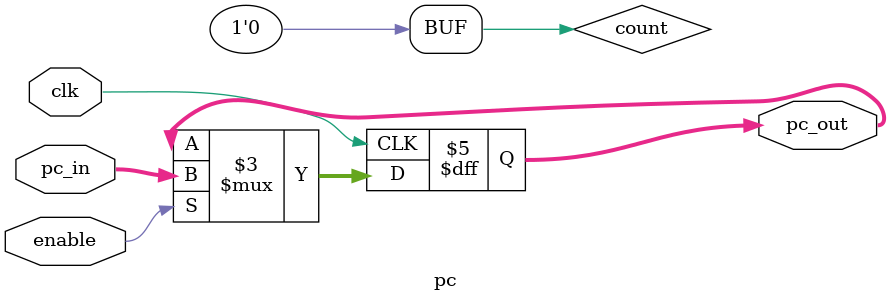
<source format=v>
module pc ( 
    input clk,
	input enable , 
    input [7:0] pc_in,
    output reg [7:0] pc_out
);

	reg count = 0 ;
	always @(posedge clk ) 
		begin
            if (enable)
				pc_out <= pc_in;
        end
endmodule

</source>
